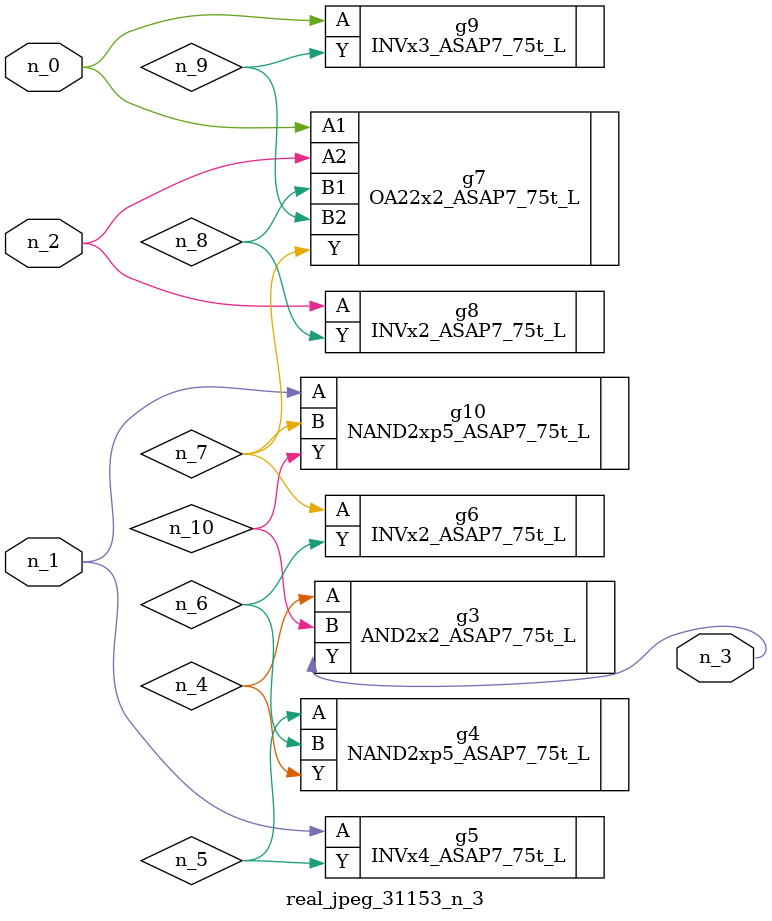
<source format=v>
module real_jpeg_31153_n_3 (n_1, n_0, n_2, n_3);

input n_1;
input n_0;
input n_2;

output n_3;

wire n_5;
wire n_8;
wire n_4;
wire n_6;
wire n_7;
wire n_10;
wire n_9;

OA22x2_ASAP7_75t_L g7 ( 
.A1(n_0),
.A2(n_2),
.B1(n_8),
.B2(n_9),
.Y(n_7)
);

INVx3_ASAP7_75t_L g9 ( 
.A(n_0),
.Y(n_9)
);

INVx4_ASAP7_75t_L g5 ( 
.A(n_1),
.Y(n_5)
);

NAND2xp5_ASAP7_75t_L g10 ( 
.A(n_1),
.B(n_7),
.Y(n_10)
);

INVx2_ASAP7_75t_L g8 ( 
.A(n_2),
.Y(n_8)
);

AND2x2_ASAP7_75t_L g3 ( 
.A(n_4),
.B(n_10),
.Y(n_3)
);

NAND2xp5_ASAP7_75t_L g4 ( 
.A(n_5),
.B(n_6),
.Y(n_4)
);

INVx2_ASAP7_75t_L g6 ( 
.A(n_7),
.Y(n_6)
);


endmodule
</source>
